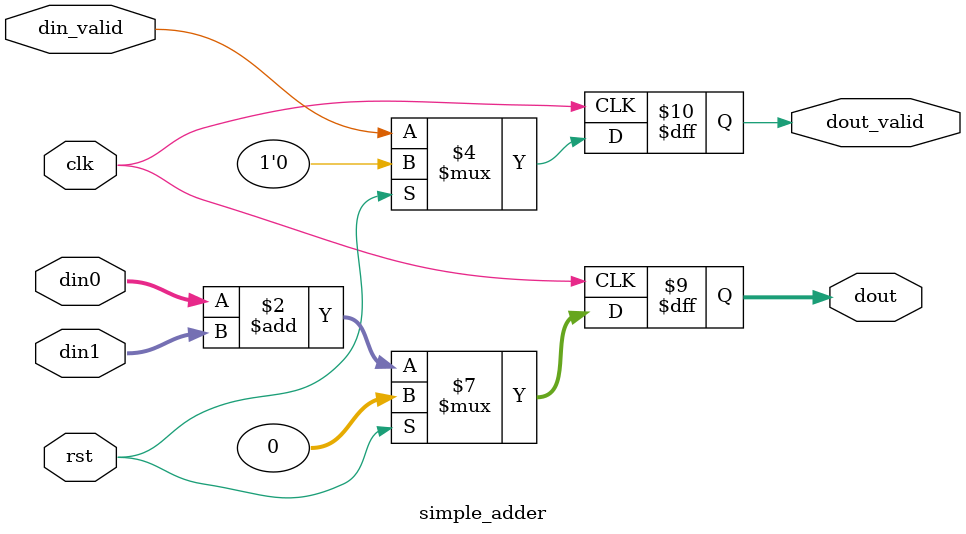
<source format=sv>
/**
 * @author Qianfeng (Clark) Shen
 * @email qianfeng.shen@gmail.com
 * @create date 2023-08-22 11:01:14
 * @modify date 2023-08-22 11:01:14
 */

`timescale 1ps/1ps

module simple_adder (
    input logic clk,
    input logic rst,
    input logic [31:0] din0,
    input logic [31:0] din1,
    input logic din_valid,
    output logic [31:0] dout,
    output logic dout_valid
);
    always_ff @(posedge clk) begin
        if (rst) begin
            dout <= 32'b0;
            dout_valid <= 1'b0;
        end
        else begin
            dout <= din0 + din1;
            dout_valid <= din_valid;
        end
    end

endmodule
</source>
